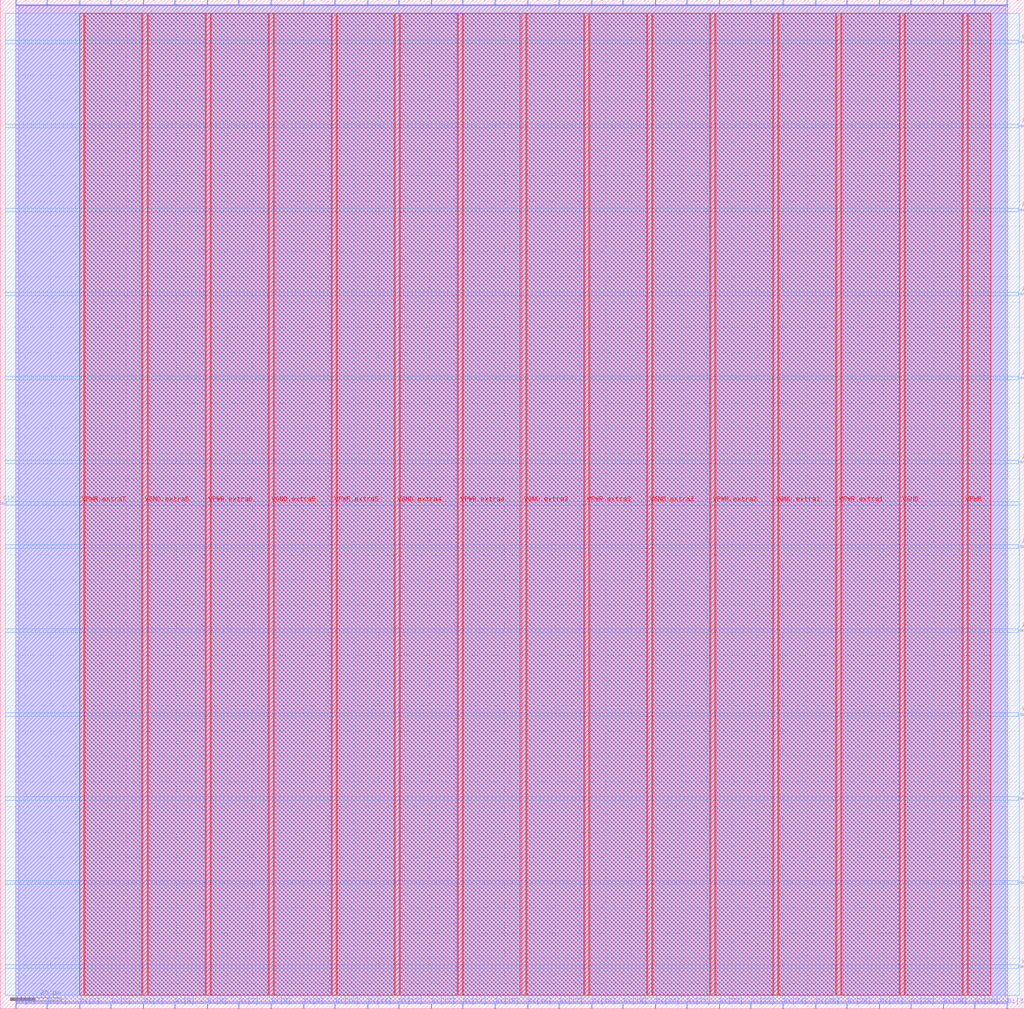
<source format=lef>
VERSION 5.7 ;
  NOWIREEXTENSIONATPIN ON ;
  DIVIDERCHAR "/" ;
  BUSBITCHARS "[]" ;
MACRO RAM128x32
  CLASS BLOCK ;
  FOREIGN RAM128x32 ;
  ORIGIN 0.000 0.000 ;
  SIZE 405.720 BY 399.840 ;
  PIN A[0]
    DIRECTION INPUT ;
    USE SIGNAL ;
    PORT
      LAYER met3 ;
        RECT 403.720 149.640 405.720 150.240 ;
    END
  END A[0]
  PIN A[1]
    DIRECTION INPUT ;
    USE SIGNAL ;
    PORT
      LAYER met3 ;
        RECT 403.720 182.960 405.720 183.560 ;
    END
  END A[1]
  PIN A[2]
    DIRECTION INPUT ;
    USE SIGNAL ;
    PORT
      LAYER met3 ;
        RECT 403.720 216.280 405.720 216.880 ;
    END
  END A[2]
  PIN A[3]
    DIRECTION INPUT ;
    USE SIGNAL ;
    PORT
      LAYER met3 ;
        RECT 403.720 249.600 405.720 250.200 ;
    END
  END A[3]
  PIN A[4]
    DIRECTION INPUT ;
    USE SIGNAL ;
    PORT
      LAYER met3 ;
        RECT 403.720 282.920 405.720 283.520 ;
    END
  END A[4]
  PIN A[5]
    DIRECTION INPUT ;
    USE SIGNAL ;
    PORT
      LAYER met3 ;
        RECT 403.720 316.240 405.720 316.840 ;
    END
  END A[5]
  PIN A[6]
    DIRECTION INPUT ;
    USE SIGNAL ;
    PORT
      LAYER met3 ;
        RECT 403.720 349.560 405.720 350.160 ;
    END
  END A[6]
  PIN CLK
    DIRECTION INPUT ;
    USE SIGNAL ;
    PORT
      LAYER met3 ;
        RECT 0.000 199.960 2.000 200.560 ;
    END
  END CLK
  PIN Di[0]
    DIRECTION INPUT ;
    USE SIGNAL ;
    PORT
      LAYER met2 ;
        RECT 6.070 0.000 6.350 2.000 ;
    END
  END Di[0]
  PIN Di[10]
    DIRECTION INPUT ;
    USE SIGNAL ;
    PORT
      LAYER met2 ;
        RECT 132.570 0.000 132.850 2.000 ;
    END
  END Di[10]
  PIN Di[11]
    DIRECTION INPUT ;
    USE SIGNAL ;
    PORT
      LAYER met2 ;
        RECT 145.450 0.000 145.730 2.000 ;
    END
  END Di[11]
  PIN Di[12]
    DIRECTION INPUT ;
    USE SIGNAL ;
    PORT
      LAYER met2 ;
        RECT 157.870 0.000 158.150 2.000 ;
    END
  END Di[12]
  PIN Di[13]
    DIRECTION INPUT ;
    USE SIGNAL ;
    PORT
      LAYER met2 ;
        RECT 170.750 0.000 171.030 2.000 ;
    END
  END Di[13]
  PIN Di[14]
    DIRECTION INPUT ;
    USE SIGNAL ;
    PORT
      LAYER met2 ;
        RECT 183.170 0.000 183.450 2.000 ;
    END
  END Di[14]
  PIN Di[15]
    DIRECTION INPUT ;
    USE SIGNAL ;
    PORT
      LAYER met2 ;
        RECT 196.050 0.000 196.330 2.000 ;
    END
  END Di[15]
  PIN Di[16]
    DIRECTION INPUT ;
    USE SIGNAL ;
    PORT
      LAYER met2 ;
        RECT 208.930 0.000 209.210 2.000 ;
    END
  END Di[16]
  PIN Di[17]
    DIRECTION INPUT ;
    USE SIGNAL ;
    PORT
      LAYER met2 ;
        RECT 221.350 0.000 221.630 2.000 ;
    END
  END Di[17]
  PIN Di[18]
    DIRECTION INPUT ;
    USE SIGNAL ;
    PORT
      LAYER met2 ;
        RECT 234.230 0.000 234.510 2.000 ;
    END
  END Di[18]
  PIN Di[19]
    DIRECTION INPUT ;
    USE SIGNAL ;
    PORT
      LAYER met2 ;
        RECT 246.650 0.000 246.930 2.000 ;
    END
  END Di[19]
  PIN Di[1]
    DIRECTION INPUT ;
    USE SIGNAL ;
    PORT
      LAYER met2 ;
        RECT 18.490 0.000 18.770 2.000 ;
    END
  END Di[1]
  PIN Di[20]
    DIRECTION INPUT ;
    USE SIGNAL ;
    PORT
      LAYER met2 ;
        RECT 259.530 0.000 259.810 2.000 ;
    END
  END Di[20]
  PIN Di[21]
    DIRECTION INPUT ;
    USE SIGNAL ;
    PORT
      LAYER met2 ;
        RECT 271.950 0.000 272.230 2.000 ;
    END
  END Di[21]
  PIN Di[22]
    DIRECTION INPUT ;
    USE SIGNAL ;
    PORT
      LAYER met2 ;
        RECT 284.830 0.000 285.110 2.000 ;
    END
  END Di[22]
  PIN Di[23]
    DIRECTION INPUT ;
    USE SIGNAL ;
    PORT
      LAYER met2 ;
        RECT 297.250 0.000 297.530 2.000 ;
    END
  END Di[23]
  PIN Di[24]
    DIRECTION INPUT ;
    USE SIGNAL ;
    PORT
      LAYER met2 ;
        RECT 310.130 0.000 310.410 2.000 ;
    END
  END Di[24]
  PIN Di[25]
    DIRECTION INPUT ;
    USE SIGNAL ;
    PORT
      LAYER met2 ;
        RECT 323.010 0.000 323.290 2.000 ;
    END
  END Di[25]
  PIN Di[26]
    DIRECTION INPUT ;
    USE SIGNAL ;
    PORT
      LAYER met2 ;
        RECT 335.430 0.000 335.710 2.000 ;
    END
  END Di[26]
  PIN Di[27]
    DIRECTION INPUT ;
    USE SIGNAL ;
    PORT
      LAYER met2 ;
        RECT 348.310 0.000 348.590 2.000 ;
    END
  END Di[27]
  PIN Di[28]
    DIRECTION INPUT ;
    USE SIGNAL ;
    PORT
      LAYER met2 ;
        RECT 360.730 0.000 361.010 2.000 ;
    END
  END Di[28]
  PIN Di[29]
    DIRECTION INPUT ;
    USE SIGNAL ;
    PORT
      LAYER met2 ;
        RECT 373.610 0.000 373.890 2.000 ;
    END
  END Di[29]
  PIN Di[2]
    DIRECTION INPUT ;
    USE SIGNAL ;
    PORT
      LAYER met2 ;
        RECT 31.370 0.000 31.650 2.000 ;
    END
  END Di[2]
  PIN Di[30]
    DIRECTION INPUT ;
    USE SIGNAL ;
    PORT
      LAYER met2 ;
        RECT 386.030 0.000 386.310 2.000 ;
    END
  END Di[30]
  PIN Di[31]
    DIRECTION INPUT ;
    USE SIGNAL ;
    PORT
      LAYER met2 ;
        RECT 398.910 0.000 399.190 2.000 ;
    END
  END Di[31]
  PIN Di[3]
    DIRECTION INPUT ;
    USE SIGNAL ;
    PORT
      LAYER met2 ;
        RECT 43.790 0.000 44.070 2.000 ;
    END
  END Di[3]
  PIN Di[4]
    DIRECTION INPUT ;
    USE SIGNAL ;
    PORT
      LAYER met2 ;
        RECT 56.670 0.000 56.950 2.000 ;
    END
  END Di[4]
  PIN Di[5]
    DIRECTION INPUT ;
    USE SIGNAL ;
    PORT
      LAYER met2 ;
        RECT 69.090 0.000 69.370 2.000 ;
    END
  END Di[5]
  PIN Di[6]
    DIRECTION INPUT ;
    USE SIGNAL ;
    PORT
      LAYER met2 ;
        RECT 81.970 0.000 82.250 2.000 ;
    END
  END Di[6]
  PIN Di[7]
    DIRECTION INPUT ;
    USE SIGNAL ;
    PORT
      LAYER met2 ;
        RECT 94.390 0.000 94.670 2.000 ;
    END
  END Di[7]
  PIN Di[8]
    DIRECTION INPUT ;
    USE SIGNAL ;
    PORT
      LAYER met2 ;
        RECT 107.270 0.000 107.550 2.000 ;
    END
  END Di[8]
  PIN Di[9]
    DIRECTION INPUT ;
    USE SIGNAL ;
    PORT
      LAYER met2 ;
        RECT 120.150 0.000 120.430 2.000 ;
    END
  END Di[9]
  PIN Do[0]
    DIRECTION OUTPUT TRISTATE ;
    USE SIGNAL ;
    PORT
      LAYER met2 ;
        RECT 6.070 397.840 6.350 399.840 ;
    END
  END Do[0]
  PIN Do[10]
    DIRECTION OUTPUT TRISTATE ;
    USE SIGNAL ;
    PORT
      LAYER met2 ;
        RECT 132.570 397.840 132.850 399.840 ;
    END
  END Do[10]
  PIN Do[11]
    DIRECTION OUTPUT TRISTATE ;
    USE SIGNAL ;
    PORT
      LAYER met2 ;
        RECT 145.450 397.840 145.730 399.840 ;
    END
  END Do[11]
  PIN Do[12]
    DIRECTION OUTPUT TRISTATE ;
    USE SIGNAL ;
    PORT
      LAYER met2 ;
        RECT 157.870 397.840 158.150 399.840 ;
    END
  END Do[12]
  PIN Do[13]
    DIRECTION OUTPUT TRISTATE ;
    USE SIGNAL ;
    PORT
      LAYER met2 ;
        RECT 170.750 397.840 171.030 399.840 ;
    END
  END Do[13]
  PIN Do[14]
    DIRECTION OUTPUT TRISTATE ;
    USE SIGNAL ;
    PORT
      LAYER met2 ;
        RECT 183.170 397.840 183.450 399.840 ;
    END
  END Do[14]
  PIN Do[15]
    DIRECTION OUTPUT TRISTATE ;
    USE SIGNAL ;
    PORT
      LAYER met2 ;
        RECT 196.050 397.840 196.330 399.840 ;
    END
  END Do[15]
  PIN Do[16]
    DIRECTION OUTPUT TRISTATE ;
    USE SIGNAL ;
    PORT
      LAYER met2 ;
        RECT 208.930 397.840 209.210 399.840 ;
    END
  END Do[16]
  PIN Do[17]
    DIRECTION OUTPUT TRISTATE ;
    USE SIGNAL ;
    PORT
      LAYER met2 ;
        RECT 221.350 397.840 221.630 399.840 ;
    END
  END Do[17]
  PIN Do[18]
    DIRECTION OUTPUT TRISTATE ;
    USE SIGNAL ;
    PORT
      LAYER met2 ;
        RECT 234.230 397.840 234.510 399.840 ;
    END
  END Do[18]
  PIN Do[19]
    DIRECTION OUTPUT TRISTATE ;
    USE SIGNAL ;
    PORT
      LAYER met2 ;
        RECT 246.650 397.840 246.930 399.840 ;
    END
  END Do[19]
  PIN Do[1]
    DIRECTION OUTPUT TRISTATE ;
    USE SIGNAL ;
    PORT
      LAYER met2 ;
        RECT 18.490 397.840 18.770 399.840 ;
    END
  END Do[1]
  PIN Do[20]
    DIRECTION OUTPUT TRISTATE ;
    USE SIGNAL ;
    PORT
      LAYER met2 ;
        RECT 259.530 397.840 259.810 399.840 ;
    END
  END Do[20]
  PIN Do[21]
    DIRECTION OUTPUT TRISTATE ;
    USE SIGNAL ;
    PORT
      LAYER met2 ;
        RECT 271.950 397.840 272.230 399.840 ;
    END
  END Do[21]
  PIN Do[22]
    DIRECTION OUTPUT TRISTATE ;
    USE SIGNAL ;
    PORT
      LAYER met2 ;
        RECT 284.830 397.840 285.110 399.840 ;
    END
  END Do[22]
  PIN Do[23]
    DIRECTION OUTPUT TRISTATE ;
    USE SIGNAL ;
    PORT
      LAYER met2 ;
        RECT 297.250 397.840 297.530 399.840 ;
    END
  END Do[23]
  PIN Do[24]
    DIRECTION OUTPUT TRISTATE ;
    USE SIGNAL ;
    PORT
      LAYER met2 ;
        RECT 310.130 397.840 310.410 399.840 ;
    END
  END Do[24]
  PIN Do[25]
    DIRECTION OUTPUT TRISTATE ;
    USE SIGNAL ;
    PORT
      LAYER met2 ;
        RECT 323.010 397.840 323.290 399.840 ;
    END
  END Do[25]
  PIN Do[26]
    DIRECTION OUTPUT TRISTATE ;
    USE SIGNAL ;
    PORT
      LAYER met2 ;
        RECT 335.430 397.840 335.710 399.840 ;
    END
  END Do[26]
  PIN Do[27]
    DIRECTION OUTPUT TRISTATE ;
    USE SIGNAL ;
    PORT
      LAYER met2 ;
        RECT 348.310 397.840 348.590 399.840 ;
    END
  END Do[27]
  PIN Do[28]
    DIRECTION OUTPUT TRISTATE ;
    USE SIGNAL ;
    PORT
      LAYER met2 ;
        RECT 360.730 397.840 361.010 399.840 ;
    END
  END Do[28]
  PIN Do[29]
    DIRECTION OUTPUT TRISTATE ;
    USE SIGNAL ;
    PORT
      LAYER met2 ;
        RECT 373.610 397.840 373.890 399.840 ;
    END
  END Do[29]
  PIN Do[2]
    DIRECTION OUTPUT TRISTATE ;
    USE SIGNAL ;
    PORT
      LAYER met2 ;
        RECT 31.370 397.840 31.650 399.840 ;
    END
  END Do[2]
  PIN Do[30]
    DIRECTION OUTPUT TRISTATE ;
    USE SIGNAL ;
    PORT
      LAYER met2 ;
        RECT 386.030 397.840 386.310 399.840 ;
    END
  END Do[30]
  PIN Do[31]
    DIRECTION OUTPUT TRISTATE ;
    USE SIGNAL ;
    PORT
      LAYER met2 ;
        RECT 398.910 397.840 399.190 399.840 ;
    END
  END Do[31]
  PIN Do[3]
    DIRECTION OUTPUT TRISTATE ;
    USE SIGNAL ;
    PORT
      LAYER met2 ;
        RECT 43.790 397.840 44.070 399.840 ;
    END
  END Do[3]
  PIN Do[4]
    DIRECTION OUTPUT TRISTATE ;
    USE SIGNAL ;
    PORT
      LAYER met2 ;
        RECT 56.670 397.840 56.950 399.840 ;
    END
  END Do[4]
  PIN Do[5]
    DIRECTION OUTPUT TRISTATE ;
    USE SIGNAL ;
    PORT
      LAYER met2 ;
        RECT 69.090 397.840 69.370 399.840 ;
    END
  END Do[5]
  PIN Do[6]
    DIRECTION OUTPUT TRISTATE ;
    USE SIGNAL ;
    PORT
      LAYER met2 ;
        RECT 81.970 397.840 82.250 399.840 ;
    END
  END Do[6]
  PIN Do[7]
    DIRECTION OUTPUT TRISTATE ;
    USE SIGNAL ;
    PORT
      LAYER met2 ;
        RECT 94.390 397.840 94.670 399.840 ;
    END
  END Do[7]
  PIN Do[8]
    DIRECTION OUTPUT TRISTATE ;
    USE SIGNAL ;
    PORT
      LAYER met2 ;
        RECT 107.270 397.840 107.550 399.840 ;
    END
  END Do[8]
  PIN Do[9]
    DIRECTION OUTPUT TRISTATE ;
    USE SIGNAL ;
    PORT
      LAYER met2 ;
        RECT 120.150 397.840 120.430 399.840 ;
    END
  END Do[9]
  PIN EN
    DIRECTION INPUT ;
    USE SIGNAL ;
    PORT
      LAYER met3 ;
        RECT 403.720 382.880 405.720 383.480 ;
    END
  END EN
  PIN WE[0]
    DIRECTION INPUT ;
    USE SIGNAL ;
    PORT
      LAYER met3 ;
        RECT 403.720 16.360 405.720 16.960 ;
    END
  END WE[0]
  PIN WE[1]
    DIRECTION INPUT ;
    USE SIGNAL ;
    PORT
      LAYER met3 ;
        RECT 403.720 49.680 405.720 50.280 ;
    END
  END WE[1]
  PIN WE[2]
    DIRECTION INPUT ;
    USE SIGNAL ;
    PORT
      LAYER met3 ;
        RECT 403.720 83.000 405.720 83.600 ;
    END
  END WE[2]
  PIN WE[3]
    DIRECTION INPUT ;
    USE SIGNAL ;
    PORT
      LAYER met3 ;
        RECT 403.720 116.320 405.720 116.920 ;
    END
  END WE[3]
  PIN VPWR
    DIRECTION INOUT ;
    USE POWER ;
    PORT
      LAYER met4 ;
        RECT 381.560 5.355 383.160 394.485 ;
    END
  END VPWR
  PIN VPWR.extra1
    DIRECTION INOUT ;
    USE POWER ;
    PORT
      LAYER met4 ;
        RECT 331.560 5.355 333.160 394.485 ;
    END
  END VPWR.extra1
  PIN VPWR.extra2
    DIRECTION INOUT ;
    USE POWER ;
    PORT
      LAYER met4 ;
        RECT 281.560 5.355 283.160 394.485 ;
    END
  END VPWR.extra2
  PIN VPWR.extra3
    DIRECTION INOUT ;
    USE POWER ;
    PORT
      LAYER met4 ;
        RECT 231.560 5.355 233.160 394.485 ;
    END
  END VPWR.extra3
  PIN VPWR.extra4
    DIRECTION INOUT ;
    USE POWER ;
    PORT
      LAYER met4 ;
        RECT 181.560 5.355 183.160 394.485 ;
    END
  END VPWR.extra4
  PIN VPWR.extra5
    DIRECTION INOUT ;
    USE POWER ;
    PORT
      LAYER met4 ;
        RECT 131.560 5.355 133.160 394.485 ;
    END
  END VPWR.extra5
  PIN VPWR.extra6
    DIRECTION INOUT ;
    USE POWER ;
    PORT
      LAYER met4 ;
        RECT 81.560 5.355 83.160 394.485 ;
    END
  END VPWR.extra6
  PIN VPWR.extra7
    DIRECTION INOUT ;
    USE POWER ;
    PORT
      LAYER met4 ;
        RECT 31.560 5.355 33.160 394.485 ;
    END
  END VPWR.extra7
  PIN VGND
    DIRECTION INOUT ;
    USE GROUND ;
    PORT
      LAYER met4 ;
        RECT 356.560 5.355 358.160 394.485 ;
    END
  END VGND
  PIN VGND.extra1
    DIRECTION INOUT ;
    USE GROUND ;
    PORT
      LAYER met4 ;
        RECT 306.560 5.355 308.160 394.485 ;
    END
  END VGND.extra1
  PIN VGND.extra2
    DIRECTION INOUT ;
    USE GROUND ;
    PORT
      LAYER met4 ;
        RECT 256.560 5.355 258.160 394.485 ;
    END
  END VGND.extra2
  PIN VGND.extra3
    DIRECTION INOUT ;
    USE GROUND ;
    PORT
      LAYER met4 ;
        RECT 206.560 5.355 208.160 394.485 ;
    END
  END VGND.extra3
  PIN VGND.extra4
    DIRECTION INOUT ;
    USE GROUND ;
    PORT
      LAYER met4 ;
        RECT 156.560 5.355 158.160 394.485 ;
    END
  END VGND.extra4
  PIN VGND.extra5
    DIRECTION INOUT ;
    USE GROUND ;
    PORT
      LAYER met4 ;
        RECT 106.560 5.355 108.160 394.485 ;
    END
  END VGND.extra5
  PIN VGND.extra6
    DIRECTION INOUT ;
    USE GROUND ;
    PORT
      LAYER met4 ;
        RECT 56.560 5.355 58.160 394.485 ;
    END
  END VGND.extra6
  OBS
      LAYER li1 ;
        RECT 7.360 5.355 398.360 397.715 ;
      LAYER met1 ;
        RECT 6.050 2.760 399.210 397.760 ;
      LAYER met2 ;
        RECT 6.630 397.560 18.210 397.840 ;
        RECT 19.050 397.560 31.090 397.840 ;
        RECT 31.930 397.560 43.510 397.840 ;
        RECT 44.350 397.560 56.390 397.840 ;
        RECT 57.230 397.560 68.810 397.840 ;
        RECT 69.650 397.560 81.690 397.840 ;
        RECT 82.530 397.560 94.110 397.840 ;
        RECT 94.950 397.560 106.990 397.840 ;
        RECT 107.830 397.560 119.870 397.840 ;
        RECT 120.710 397.560 132.290 397.840 ;
        RECT 133.130 397.560 145.170 397.840 ;
        RECT 146.010 397.560 157.590 397.840 ;
        RECT 158.430 397.560 170.470 397.840 ;
        RECT 171.310 397.560 182.890 397.840 ;
        RECT 183.730 397.560 195.770 397.840 ;
        RECT 196.610 397.560 208.650 397.840 ;
        RECT 209.490 397.560 221.070 397.840 ;
        RECT 221.910 397.560 233.950 397.840 ;
        RECT 234.790 397.560 246.370 397.840 ;
        RECT 247.210 397.560 259.250 397.840 ;
        RECT 260.090 397.560 271.670 397.840 ;
        RECT 272.510 397.560 284.550 397.840 ;
        RECT 285.390 397.560 296.970 397.840 ;
        RECT 297.810 397.560 309.850 397.840 ;
        RECT 310.690 397.560 322.730 397.840 ;
        RECT 323.570 397.560 335.150 397.840 ;
        RECT 335.990 397.560 348.030 397.840 ;
        RECT 348.870 397.560 360.450 397.840 ;
        RECT 361.290 397.560 373.330 397.840 ;
        RECT 374.170 397.560 385.750 397.840 ;
        RECT 386.590 397.560 398.630 397.840 ;
        RECT 6.080 2.280 399.180 397.560 ;
        RECT 6.630 2.000 18.210 2.280 ;
        RECT 19.050 2.000 31.090 2.280 ;
        RECT 31.930 2.000 43.510 2.280 ;
        RECT 44.350 2.000 56.390 2.280 ;
        RECT 57.230 2.000 68.810 2.280 ;
        RECT 69.650 2.000 81.690 2.280 ;
        RECT 82.530 2.000 94.110 2.280 ;
        RECT 94.950 2.000 106.990 2.280 ;
        RECT 107.830 2.000 119.870 2.280 ;
        RECT 120.710 2.000 132.290 2.280 ;
        RECT 133.130 2.000 145.170 2.280 ;
        RECT 146.010 2.000 157.590 2.280 ;
        RECT 158.430 2.000 170.470 2.280 ;
        RECT 171.310 2.000 182.890 2.280 ;
        RECT 183.730 2.000 195.770 2.280 ;
        RECT 196.610 2.000 208.650 2.280 ;
        RECT 209.490 2.000 221.070 2.280 ;
        RECT 221.910 2.000 233.950 2.280 ;
        RECT 234.790 2.000 246.370 2.280 ;
        RECT 247.210 2.000 259.250 2.280 ;
        RECT 260.090 2.000 271.670 2.280 ;
        RECT 272.510 2.000 284.550 2.280 ;
        RECT 285.390 2.000 296.970 2.280 ;
        RECT 297.810 2.000 309.850 2.280 ;
        RECT 310.690 2.000 322.730 2.280 ;
        RECT 323.570 2.000 335.150 2.280 ;
        RECT 335.990 2.000 348.030 2.280 ;
        RECT 348.870 2.000 360.450 2.280 ;
        RECT 361.290 2.000 373.330 2.280 ;
        RECT 374.170 2.000 385.750 2.280 ;
        RECT 386.590 2.000 398.630 2.280 ;
      LAYER met3 ;
        RECT 2.000 383.880 403.720 394.565 ;
        RECT 2.000 382.480 403.320 383.880 ;
        RECT 2.000 350.560 403.720 382.480 ;
        RECT 2.000 349.160 403.320 350.560 ;
        RECT 2.000 317.240 403.720 349.160 ;
        RECT 2.000 315.840 403.320 317.240 ;
        RECT 2.000 283.920 403.720 315.840 ;
        RECT 2.000 282.520 403.320 283.920 ;
        RECT 2.000 250.600 403.720 282.520 ;
        RECT 2.000 249.200 403.320 250.600 ;
        RECT 2.000 217.280 403.720 249.200 ;
        RECT 2.000 215.880 403.320 217.280 ;
        RECT 2.000 200.960 403.720 215.880 ;
        RECT 2.400 199.560 403.720 200.960 ;
        RECT 2.000 183.960 403.720 199.560 ;
        RECT 2.000 182.560 403.320 183.960 ;
        RECT 2.000 150.640 403.720 182.560 ;
        RECT 2.000 149.240 403.320 150.640 ;
        RECT 2.000 117.320 403.720 149.240 ;
        RECT 2.000 115.920 403.320 117.320 ;
        RECT 2.000 84.000 403.720 115.920 ;
        RECT 2.000 82.600 403.320 84.000 ;
        RECT 2.000 50.680 403.720 82.600 ;
        RECT 2.000 49.280 403.320 50.680 ;
        RECT 2.000 17.360 403.720 49.280 ;
        RECT 2.000 15.960 403.320 17.360 ;
        RECT 2.000 5.275 403.720 15.960 ;
      LAYER met4 ;
        RECT 33.560 5.275 56.160 394.565 ;
        RECT 58.560 5.275 81.160 394.565 ;
        RECT 83.560 5.275 106.160 394.565 ;
        RECT 108.560 5.275 131.160 394.565 ;
        RECT 133.560 5.275 156.160 394.565 ;
        RECT 158.560 5.275 181.160 394.565 ;
        RECT 183.560 5.275 206.160 394.565 ;
        RECT 208.560 5.275 231.160 394.565 ;
        RECT 233.560 5.275 256.160 394.565 ;
        RECT 258.560 5.275 281.160 394.565 ;
        RECT 283.560 5.275 306.160 394.565 ;
        RECT 308.560 5.275 331.160 394.565 ;
        RECT 333.560 5.275 356.160 394.565 ;
        RECT 358.560 5.275 381.160 394.565 ;
        RECT 383.560 5.275 392.545 394.565 ;
  END
END RAM128x32
END LIBRARY


</source>
